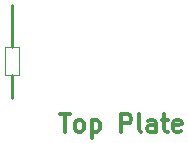
<source format=gbr>
%TF.GenerationSoftware,KiCad,Pcbnew,5.1.9-73d0e3b20d~88~ubuntu20.04.1*%
%TF.CreationDate,2021-02-23T12:37:05-08:00*%
%TF.ProjectId,cover_50x50,636f7665-725f-4353-9078-35302e6b6963,rev?*%
%TF.SameCoordinates,Original*%
%TF.FileFunction,Legend,Top*%
%TF.FilePolarity,Positive*%
%FSLAX46Y46*%
G04 Gerber Fmt 4.6, Leading zero omitted, Abs format (unit mm)*
G04 Created by KiCad (PCBNEW 5.1.9-73d0e3b20d~88~ubuntu20.04.1) date 2021-02-23 12:37:05*
%MOMM*%
%LPD*%
G01*
G04 APERTURE LIST*
%ADD10C,0.300000*%
%ADD11C,0.250000*%
%ADD12C,0.120000*%
G04 APERTURE END LIST*
D10*
X194900000Y-62878571D02*
X195757142Y-62878571D01*
X195328571Y-64378571D02*
X195328571Y-62878571D01*
X196471428Y-64378571D02*
X196328571Y-64307142D01*
X196257142Y-64235714D01*
X196185714Y-64092857D01*
X196185714Y-63664285D01*
X196257142Y-63521428D01*
X196328571Y-63450000D01*
X196471428Y-63378571D01*
X196685714Y-63378571D01*
X196828571Y-63450000D01*
X196900000Y-63521428D01*
X196971428Y-63664285D01*
X196971428Y-64092857D01*
X196900000Y-64235714D01*
X196828571Y-64307142D01*
X196685714Y-64378571D01*
X196471428Y-64378571D01*
X197614285Y-63378571D02*
X197614285Y-64878571D01*
X197614285Y-63450000D02*
X197757142Y-63378571D01*
X198042857Y-63378571D01*
X198185714Y-63450000D01*
X198257142Y-63521428D01*
X198328571Y-63664285D01*
X198328571Y-64092857D01*
X198257142Y-64235714D01*
X198185714Y-64307142D01*
X198042857Y-64378571D01*
X197757142Y-64378571D01*
X197614285Y-64307142D01*
X200114285Y-64378571D02*
X200114285Y-62878571D01*
X200685714Y-62878571D01*
X200828571Y-62950000D01*
X200900000Y-63021428D01*
X200971428Y-63164285D01*
X200971428Y-63378571D01*
X200900000Y-63521428D01*
X200828571Y-63592857D01*
X200685714Y-63664285D01*
X200114285Y-63664285D01*
X201828571Y-64378571D02*
X201685714Y-64307142D01*
X201614285Y-64164285D01*
X201614285Y-62878571D01*
X203042857Y-64378571D02*
X203042857Y-63592857D01*
X202971428Y-63450000D01*
X202828571Y-63378571D01*
X202542857Y-63378571D01*
X202400000Y-63450000D01*
X203042857Y-64307142D02*
X202900000Y-64378571D01*
X202542857Y-64378571D01*
X202400000Y-64307142D01*
X202328571Y-64164285D01*
X202328571Y-64021428D01*
X202400000Y-63878571D01*
X202542857Y-63807142D01*
X202900000Y-63807142D01*
X203042857Y-63735714D01*
X203542857Y-63378571D02*
X204114285Y-63378571D01*
X203757142Y-62878571D02*
X203757142Y-64164285D01*
X203828571Y-64307142D01*
X203971428Y-64378571D01*
X204114285Y-64378571D01*
X205185714Y-64307142D02*
X205042857Y-64378571D01*
X204757142Y-64378571D01*
X204614285Y-64307142D01*
X204542857Y-64164285D01*
X204542857Y-63592857D01*
X204614285Y-63450000D01*
X204757142Y-63378571D01*
X205042857Y-63378571D01*
X205185714Y-63450000D01*
X205257142Y-63592857D01*
X205257142Y-63735714D01*
X204542857Y-63878571D01*
D11*
%TO.C,J1*%
X190900000Y-57200000D02*
X190900000Y-53600000D01*
D12*
X191500000Y-59600000D02*
X190300000Y-59600000D01*
X190300000Y-59600000D02*
X190300000Y-57200000D01*
X190300000Y-57200000D02*
X191500000Y-57200000D01*
X191500000Y-57200000D02*
X191500000Y-59600000D01*
X191500000Y-59600000D02*
X191500000Y-59600000D01*
D11*
X190900000Y-59600000D02*
X190900000Y-61500000D01*
%TD*%
M02*

</source>
